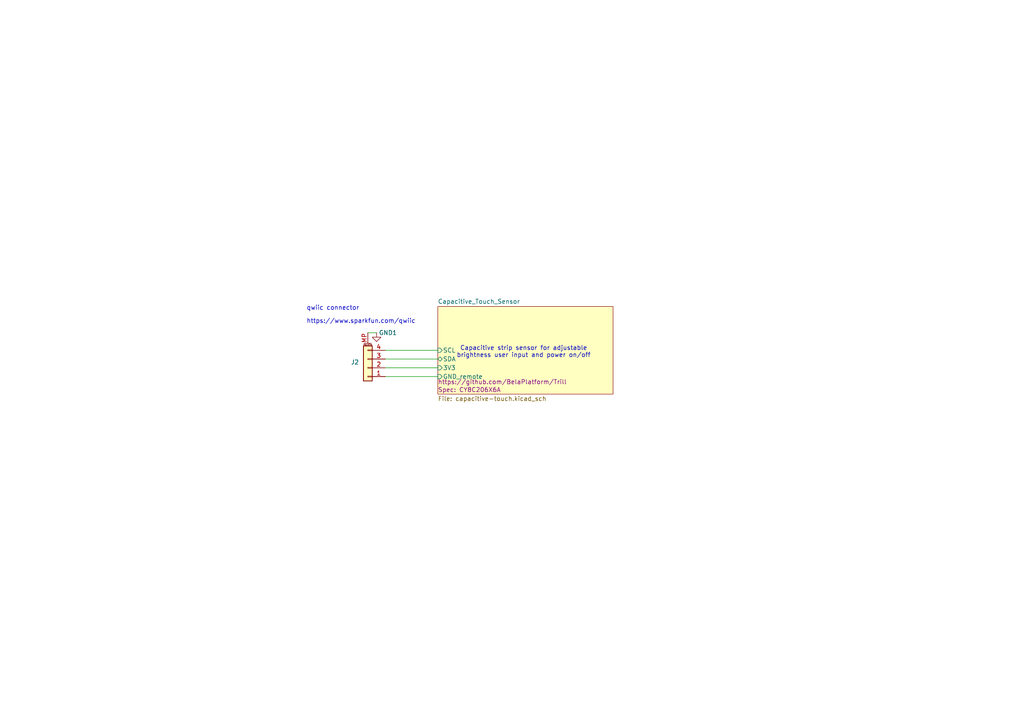
<source format=kicad_sch>
(kicad_sch (version 20250114) (generator "eeschema") (generator_version "9.0")
  (paper "A4")
  (title_block (title "Replacable LED COB Lamp") (date "2025-04-08") (rev "0") (company "WPI ECE2799 D25") (comment 1 "Raymond, Daniel") (comment 2 "Hogan, Rye") (comment 3 "Bryan, Tahje"))
  (lib_symbols
    (symbol "Connector_Generic_MountingPin:Conn_01x04_MountingPin" (pin_names (offset 1.016) (hide yes))
      (property "Reference" "J" (at 0 5.08 0))
      (property "Value" "Conn_01x04_MountingPin" (at 1.27 -7.62 0))
      (symbol "Conn_01x04_MountingPin_1_1"
        (rectangle (start -1.27 3.81) (end 1.27 -6.35) (stroke (width 0.254)) (fill (type background)))
        (rectangle (start -1.27 2.667) (end 0 2.413) (stroke (width 0.1524)))
        (rectangle (start -1.27 0.127) (end 0 -0.127) (stroke (width 0.1524)))
        (rectangle (start -1.27 -2.413) (end 0 -2.667) (stroke (width 0.1524)))
        (rectangle (start -1.27 -4.953) (end 0 -5.207) (stroke (width 0.1524)))
        (polyline (pts (xy -1.016 -7.112) (xy 1.016 -7.112)) (stroke (width 0.1524)))
        (text "Mounting" (at 0 -6.731 0) (effects (font (size 0.381 0.381))))
        (pin passive line (at -5.08 2.54 0) (length 3.81) (name "Pin_1") (number "1"))
        (pin passive line (at -5.08 0 0) (length 3.81) (name "Pin_2") (number "2"))
        (pin passive line (at -5.08 -2.54 0) (length 3.81) (name "Pin_3") (number "3"))
        (pin passive line (at -5.08 -5.08 0) (length 3.81) (name "Pin_4") (number "4"))
        (pin passive line (at 0 -10.16 90) (length 3.048) (name "MountPin") (number "MP"))
      )
    )
    (symbol "power:GND1" (power) (pin_numbers (hide yes)) (pin_names (offset 0) (hide yes))
      (property "Value" "GND1" (at 0 -3.81 0))
      (symbol "GND1_0_1"
        (polyline (pts (xy 0 0) (xy 0 -1.27) (xy 1.27 -1.27) (xy 0 -2.54) (xy -1.27 -1.27) (xy 0 -1.27)))
      )
      (symbol "GND1_1_1"
        (pin power_in line (at 0 0 270) (length 0) (name "~") (number "1"))
      )
    )
  )
  (text "https://www.sparkfun.com/qwiic" (at 88.9 93.98 0) (effects (font (size 1.27 1.27)) (justify left bottom)))
  (text "Capacitive strip sensor for adjustable\nbrightness user input and power on/off" (at 151.892 102.108 0) (effects (font (size 1.27 1.27))))
  (text "qwiic connector" (at 88.9 90.17 0) (effects (font (size 1.27 1.27)) (justify left bottom)))
  (wire (pts (xy 111.76 101.6) (xy 127 101.6)))
  (wire (pts (xy 111.76 109.22) (xy 127 109.22)))
  (wire (pts (xy 106.68 96.52) (xy 109.22 96.52)))
  (wire (pts (xy 111.76 104.14) (xy 127 104.14)))
  (wire (pts (xy 111.76 106.68) (xy 127 106.68)))
  (symbol (lib_id "Connector_Generic_MountingPin:Conn_01x04_MountingPin") (at 106.68 106.68 180) (unit 1)
    (property "Reference" "J2" (at 104.14 105.0543 0) (effects (justify left)))
    (property "Value" "Conn_01x04_MountingPin" (effects (hide yes)))
    (property "Footprint" "TRILL:qwiic_horizontal_SMD" (effects (hide yes)))
  )
  (symbol (lib_id "power:GND1") (at 109.22 96.52 0) (unit 1)
    (property "Reference" "#PWR03" (effects (hide yes)))
    (property "Value" "GND1" (at 112.522 96.52 0))
    (property "Description" "Power symbol creates a global label with name \"GND1\" , ground" (effects (hide yes)))
  )
  (sheet (at 127 88.9) (size 50.8 25.4) (stroke (width 0.1524)) (fill (color 255 255 194 1.0000))
    (property "Sheetname" "Capacitive_Touch_Sensor" (at 127 88.1884 0) (effects (justify left bottom)))
    (property "Sheetfile" "capacitive-touch.kicad_sch" (at 127 114.8846 0) (effects (justify left top)))
    (property "Spec" "CY8C206X6A" (at 127 113.792 0) (show_name yes) (effects (justify left bottom)))
    (property "Source" "https://github.com/BelaPlatform/Trill" (at 127 111.506 0) (effects (justify left bottom)))
    (pin "3V3" input (at 127 106.68 180))
    (pin "GND_remote" input (at 127 109.22 180))
    (pin "SCL" input (at 127 101.6 180))
    (pin "SDA" bidirectional (at 127 104.14 180))
  )
)
</source>
